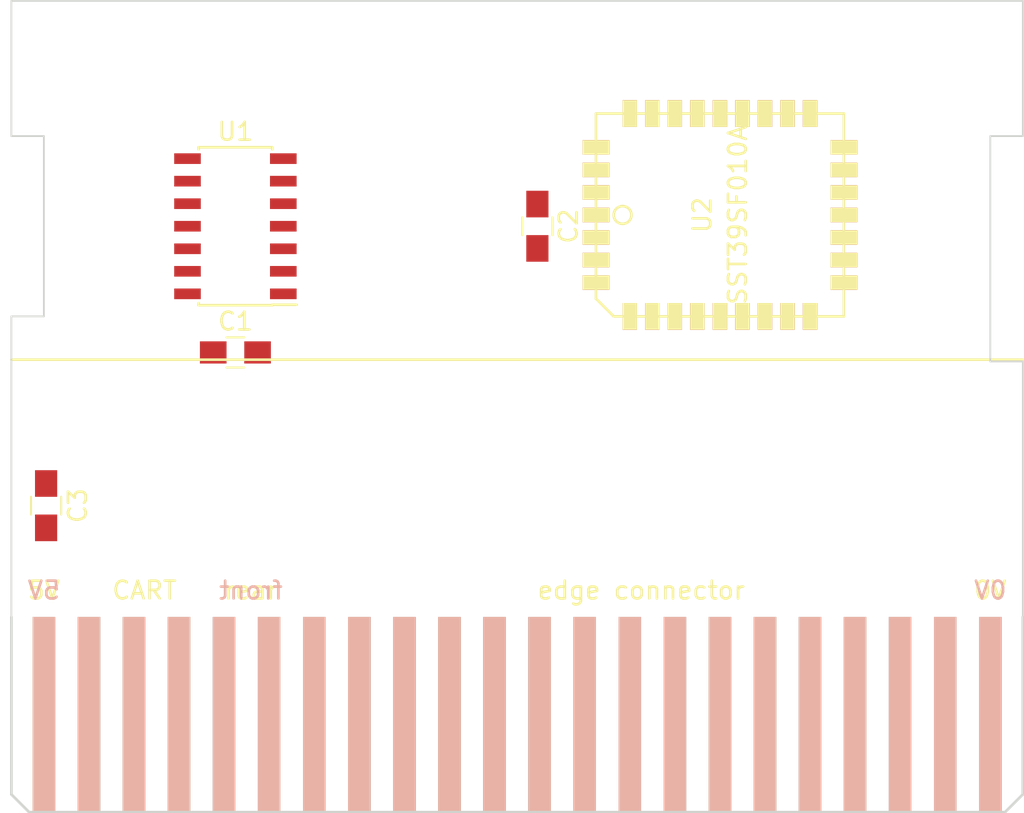
<source format=kicad_pcb>
(kicad_pcb (version 4) (host pcbnew 4.0.6)

  (general
    (links 48)
    (no_connects 44)
    (area 50.824999 50.749999 107.925001 85.570001)
    (thickness 1.6)
    (drawings 11)
    (tracks 0)
    (zones 0)
    (modules 6)
    (nets 32)
  )

  (page A4)
  (layers
    (0 F.Cu signal)
    (31 B.Cu signal)
    (32 B.Adhes user)
    (33 F.Adhes user)
    (34 B.Paste user)
    (35 F.Paste user)
    (36 B.SilkS user)
    (37 F.SilkS user)
    (38 B.Mask user)
    (39 F.Mask user)
    (40 Dwgs.User user)
    (41 Cmts.User user)
    (42 Eco1.User user)
    (43 Eco2.User user)
    (44 Edge.Cuts user)
    (45 Margin user)
    (46 B.CrtYd user)
    (47 F.CrtYd user)
    (48 B.Fab user)
    (49 F.Fab user)
  )

  (setup
    (last_trace_width 0.25)
    (trace_clearance 0.2)
    (zone_clearance 0.508)
    (zone_45_only no)
    (trace_min 0.2)
    (segment_width 0.2)
    (edge_width 0.1)
    (via_size 0.6)
    (via_drill 0.4)
    (via_min_size 0.4)
    (via_min_drill 0.3)
    (uvia_size 0.3)
    (uvia_drill 0.1)
    (uvias_allowed no)
    (uvia_min_size 0.2)
    (uvia_min_drill 0.1)
    (pcb_text_width 0.3)
    (pcb_text_size 1.5 1.5)
    (mod_edge_width 0.15)
    (mod_text_size 1 1)
    (mod_text_width 0.15)
    (pad_size 1.5 1.5)
    (pad_drill 0.6)
    (pad_to_mask_clearance 0)
    (aux_axis_origin 0 0)
    (visible_elements FFFFFF7F)
    (pcbplotparams
      (layerselection 0x00030_80000001)
      (usegerberextensions false)
      (excludeedgelayer true)
      (linewidth 0.100000)
      (plotframeref false)
      (viasonmask false)
      (mode 1)
      (useauxorigin false)
      (hpglpennumber 1)
      (hpglpenspeed 20)
      (hpglpendiameter 15)
      (hpglpenoverlay 2)
      (psnegative false)
      (psa4output false)
      (plotreference true)
      (plotvalue true)
      (plotinvisibletext false)
      (padsonsilk false)
      (subtractmaskfromsilk false)
      (outputformat 1)
      (mirror false)
      (drillshape 1)
      (scaleselection 1)
      (outputdirectory ""))
  )

  (net 0 "")
  (net 1 5V)
  (net 2 GND)
  (net 3 elk_nOE)
  (net 4 elk_A10)
  (net 5 elk_D3)
  (net 6 elk_RnW)
  (net 7 elk_A11)
  (net 8 elk_A8)
  (net 9 elk_A9)
  (net 10 elk_A13)
  (net 11 elk_D7)
  (net 12 elk_A12)
  (net 13 elk_D6)
  (net 14 elk_PHI0)
  (net 15 elk_D5)
  (net 16 elk_D4)
  (net 17 elk_A7)
  (net 18 elk_A6)
  (net 19 elk_A5)
  (net 20 elk_A4)
  (net 21 elk_A3)
  (net 22 elk_ROMQA)
  (net 23 elk_A2)
  (net 24 elk_A1)
  (net 25 elk_A0)
  (net 26 elk_D0)
  (net 27 elk_D2)
  (net 28 elk_D1)
  (net 29 not_elk_nOE)
  (net 30 flash_nCE)
  (net 31 flash_nOE)

  (net_class Default "This is the default net class."
    (clearance 0.2)
    (trace_width 0.25)
    (via_dia 0.6)
    (via_drill 0.4)
    (uvia_dia 0.3)
    (uvia_drill 0.1)
    (add_net 5V)
    (add_net GND)
    (add_net elk_A0)
    (add_net elk_A1)
    (add_net elk_A10)
    (add_net elk_A11)
    (add_net elk_A12)
    (add_net elk_A13)
    (add_net elk_A2)
    (add_net elk_A3)
    (add_net elk_A4)
    (add_net elk_A5)
    (add_net elk_A6)
    (add_net elk_A7)
    (add_net elk_A8)
    (add_net elk_A9)
    (add_net elk_D0)
    (add_net elk_D1)
    (add_net elk_D2)
    (add_net elk_D3)
    (add_net elk_D4)
    (add_net elk_D5)
    (add_net elk_D6)
    (add_net elk_D7)
    (add_net elk_PHI0)
    (add_net elk_ROMQA)
    (add_net elk_RnW)
    (add_net elk_nOE)
    (add_net flash_nCE)
    (add_net flash_nOE)
    (add_net not_elk_nOE)
  )

  (module Capacitors_SMD:C_0805_HandSoldering (layer F.Cu) (tedit 58AA84A8) (tstamp 58FAAB65)
    (at 63.5 70.612)
    (descr "Capacitor SMD 0805, hand soldering")
    (tags "capacitor 0805")
    (attr smd)
    (fp_text reference C1 (at 0 -1.75) (layer F.SilkS)
      (effects (font (size 1 1) (thickness 0.15)))
    )
    (fp_text value 100n (at 0 1.75) (layer F.Fab)
      (effects (font (size 1 1) (thickness 0.15)))
    )
    (fp_text user %R (at 0 -1.75) (layer F.Fab)
      (effects (font (size 1 1) (thickness 0.15)))
    )
    (fp_line (start -1 0.62) (end -1 -0.62) (layer F.Fab) (width 0.1))
    (fp_line (start 1 0.62) (end -1 0.62) (layer F.Fab) (width 0.1))
    (fp_line (start 1 -0.62) (end 1 0.62) (layer F.Fab) (width 0.1))
    (fp_line (start -1 -0.62) (end 1 -0.62) (layer F.Fab) (width 0.1))
    (fp_line (start 0.5 -0.85) (end -0.5 -0.85) (layer F.SilkS) (width 0.12))
    (fp_line (start -0.5 0.85) (end 0.5 0.85) (layer F.SilkS) (width 0.12))
    (fp_line (start -2.25 -0.88) (end 2.25 -0.88) (layer F.CrtYd) (width 0.05))
    (fp_line (start -2.25 -0.88) (end -2.25 0.87) (layer F.CrtYd) (width 0.05))
    (fp_line (start 2.25 0.87) (end 2.25 -0.88) (layer F.CrtYd) (width 0.05))
    (fp_line (start 2.25 0.87) (end -2.25 0.87) (layer F.CrtYd) (width 0.05))
    (pad 1 smd rect (at -1.25 0) (size 1.5 1.25) (layers F.Cu F.Paste F.Mask)
      (net 1 5V))
    (pad 2 smd rect (at 1.25 0) (size 1.5 1.25) (layers F.Cu F.Paste F.Mask)
      (net 2 GND))
    (model Capacitors_SMD.3dshapes/C_0805.wrl
      (at (xyz 0 0 0))
      (scale (xyz 1 1 1))
      (rotate (xyz 0 0 0))
    )
  )

  (module Capacitors_SMD:C_0805_HandSoldering (layer F.Cu) (tedit 58AA84A8) (tstamp 58FAAB76)
    (at 80.518 63.5 270)
    (descr "Capacitor SMD 0805, hand soldering")
    (tags "capacitor 0805")
    (attr smd)
    (fp_text reference C2 (at 0 -1.75 270) (layer F.SilkS)
      (effects (font (size 1 1) (thickness 0.15)))
    )
    (fp_text value 100n (at 0 1.75 270) (layer F.Fab)
      (effects (font (size 1 1) (thickness 0.15)))
    )
    (fp_text user %R (at 0 -1.75 270) (layer F.Fab)
      (effects (font (size 1 1) (thickness 0.15)))
    )
    (fp_line (start -1 0.62) (end -1 -0.62) (layer F.Fab) (width 0.1))
    (fp_line (start 1 0.62) (end -1 0.62) (layer F.Fab) (width 0.1))
    (fp_line (start 1 -0.62) (end 1 0.62) (layer F.Fab) (width 0.1))
    (fp_line (start -1 -0.62) (end 1 -0.62) (layer F.Fab) (width 0.1))
    (fp_line (start 0.5 -0.85) (end -0.5 -0.85) (layer F.SilkS) (width 0.12))
    (fp_line (start -0.5 0.85) (end 0.5 0.85) (layer F.SilkS) (width 0.12))
    (fp_line (start -2.25 -0.88) (end 2.25 -0.88) (layer F.CrtYd) (width 0.05))
    (fp_line (start -2.25 -0.88) (end -2.25 0.87) (layer F.CrtYd) (width 0.05))
    (fp_line (start 2.25 0.87) (end 2.25 -0.88) (layer F.CrtYd) (width 0.05))
    (fp_line (start 2.25 0.87) (end -2.25 0.87) (layer F.CrtYd) (width 0.05))
    (pad 1 smd rect (at -1.25 0 270) (size 1.5 1.25) (layers F.Cu F.Paste F.Mask)
      (net 1 5V))
    (pad 2 smd rect (at 1.25 0 270) (size 1.5 1.25) (layers F.Cu F.Paste F.Mask)
      (net 2 GND))
    (model Capacitors_SMD.3dshapes/C_0805.wrl
      (at (xyz 0 0 0))
      (scale (xyz 1 1 1))
      (rotate (xyz 0 0 0))
    )
  )

  (module Capacitors_SMD:C_0805_HandSoldering (layer F.Cu) (tedit 58AA84A8) (tstamp 58FAAB87)
    (at 52.832 79.248 90)
    (descr "Capacitor SMD 0805, hand soldering")
    (tags "capacitor 0805")
    (attr smd)
    (fp_text reference C3 (at 0 1.778 90) (layer F.SilkS)
      (effects (font (size 1 1) (thickness 0.15)))
    )
    (fp_text value 10u (at 0 1.75 90) (layer F.Fab)
      (effects (font (size 1 1) (thickness 0.15)))
    )
    (fp_text user %R (at 0 -1.75 90) (layer F.Fab)
      (effects (font (size 1 1) (thickness 0.15)))
    )
    (fp_line (start -1 0.62) (end -1 -0.62) (layer F.Fab) (width 0.1))
    (fp_line (start 1 0.62) (end -1 0.62) (layer F.Fab) (width 0.1))
    (fp_line (start 1 -0.62) (end 1 0.62) (layer F.Fab) (width 0.1))
    (fp_line (start -1 -0.62) (end 1 -0.62) (layer F.Fab) (width 0.1))
    (fp_line (start 0.5 -0.85) (end -0.5 -0.85) (layer F.SilkS) (width 0.12))
    (fp_line (start -0.5 0.85) (end 0.5 0.85) (layer F.SilkS) (width 0.12))
    (fp_line (start -2.25 -0.88) (end 2.25 -0.88) (layer F.CrtYd) (width 0.05))
    (fp_line (start -2.25 -0.88) (end -2.25 0.87) (layer F.CrtYd) (width 0.05))
    (fp_line (start 2.25 0.87) (end 2.25 -0.88) (layer F.CrtYd) (width 0.05))
    (fp_line (start 2.25 0.87) (end -2.25 0.87) (layer F.CrtYd) (width 0.05))
    (pad 1 smd rect (at -1.25 0 90) (size 1.5 1.25) (layers F.Cu F.Paste F.Mask)
      (net 1 5V))
    (pad 2 smd rect (at 1.25 0 90) (size 1.5 1.25) (layers F.Cu F.Paste F.Mask)
      (net 2 GND))
    (model Capacitors_SMD.3dshapes/C_0805.wrl
      (at (xyz 0 0 0))
      (scale (xyz 1 1 1))
      (rotate (xyz 0 0 0))
    )
  )

  (module myelin-kicad:acorn_electron_cartridge_edge_connector (layer F.Cu) (tedit 0) (tstamp 58FAABC3)
    (at 79.375 91.02)
    (descr "Edge connector for an Acorn Electron Plus 1 cartridge (top layer = rear of Plus 1)")
    (fp_text reference CART (at -21 -7) (layer F.SilkS)
      (effects (font (size 1 1) (thickness 0.15)))
    )
    (fp_text value "edge connector" (at 7 -7) (layer F.SilkS)
      (effects (font (size 1 1) (thickness 0.15)))
    )
    (fp_text user rear (at -15 -7) (layer F.SilkS)
      (effects (font (size 1 1) (thickness 0.15)))
    )
    (fp_text user front (at -15 -7) (layer B.SilkS)
      (effects (font (size 1 1) (thickness 0.15)) (justify mirror))
    )
    (fp_line (start -28.5 -20) (end 28.5 -20) (layer F.SilkS) (width 0.15))
    (fp_text user 5V (at -26.67 -7) (layer F.SilkS)
      (effects (font (size 1 1) (thickness 0.15)))
    )
    (fp_text user 5V (at -26.67 -7) (layer B.SilkS)
      (effects (font (size 1 1) (thickness 0.15)) (justify mirror))
    )
    (fp_text user 0V (at 26.67 -7) (layer F.SilkS)
      (effects (font (size 1 1) (thickness 0.15)))
    )
    (fp_text user 0V (at 26.67 -7) (layer B.SilkS)
      (effects (font (size 1 1) (thickness 0.15)) (justify mirror))
    )
    (fp_line (start -28.5 -5.5) (end -28.5 4.5) (layer Edge.Cuts) (width 0.15))
    (fp_line (start -28.5 4.5) (end -27.5 5.5) (layer Edge.Cuts) (width 0.15))
    (fp_line (start -27.5 5.5) (end 27.5 5.5) (layer Edge.Cuts) (width 0.15))
    (fp_line (start 27.5 5.5) (end 28.5 4.5) (layer Edge.Cuts) (width 0.15))
    (fp_line (start 28.5 4.5) (end 28.5 -5.5) (layer Edge.Cuts) (width 0.15))
    (pad A1 smd rect (at -26.67 0) (size 1.27 11) (layers F.Cu F.SilkS F.Mask)
      (net 1 5V))
    (pad B1 smd rect (at -26.67 0) (size 1.27 11) (layers B.Cu B.SilkS B.Mask)
      (net 1 5V))
    (pad A2 smd rect (at -24.13 0) (size 1.27 11) (layers F.Cu F.SilkS F.Mask)
      (net 3 elk_nOE))
    (pad B2 smd rect (at -24.13 0) (size 1.27 11) (layers B.Cu B.SilkS B.Mask)
      (net 4 elk_A10))
    (pad A3 smd rect (at -21.59 0) (size 1.27 11) (layers F.Cu F.SilkS F.Mask))
    (pad B3 smd rect (at -21.59 0) (size 1.27 11) (layers B.Cu B.SilkS B.Mask)
      (net 5 elk_D3))
    (pad A4 smd rect (at -19.05 0) (size 1.27 11) (layers F.Cu F.SilkS F.Mask)
      (net 6 elk_RnW))
    (pad B4 smd rect (at -19.05 0) (size 1.27 11) (layers B.Cu B.SilkS B.Mask)
      (net 7 elk_A11))
    (pad A5 smd rect (at -16.51 0) (size 1.27 11) (layers F.Cu F.SilkS F.Mask)
      (net 8 elk_A8))
    (pad B5 smd rect (at -16.51 0) (size 1.27 11) (layers B.Cu B.SilkS B.Mask)
      (net 9 elk_A9))
    (pad A6 smd rect (at -13.97 0) (size 1.27 11) (layers F.Cu F.SilkS F.Mask)
      (net 10 elk_A13))
    (pad B6 smd rect (at -13.97 0) (size 1.27 11) (layers B.Cu B.SilkS B.Mask)
      (net 11 elk_D7))
    (pad A7 smd rect (at -11.43 0) (size 1.27 11) (layers F.Cu F.SilkS F.Mask)
      (net 12 elk_A12))
    (pad B7 smd rect (at -11.43 0) (size 1.27 11) (layers B.Cu B.SilkS B.Mask)
      (net 13 elk_D6))
    (pad A8 smd rect (at -8.89 0) (size 1.27 11) (layers F.Cu F.SilkS F.Mask)
      (net 14 elk_PHI0))
    (pad B8 smd rect (at -8.89 0) (size 1.27 11) (layers B.Cu B.SilkS B.Mask)
      (net 15 elk_D5))
    (pad A9 smd rect (at -6.35 0) (size 1.27 11) (layers F.Cu F.SilkS F.Mask))
    (pad B9 smd rect (at -6.35 0) (size 1.27 11) (layers B.Cu B.SilkS B.Mask)
      (net 16 elk_D4))
    (pad A10 smd rect (at -3.81 0) (size 1.27 11) (layers F.Cu F.SilkS F.Mask))
    (pad B10 smd rect (at -3.81 0) (size 1.27 11) (layers B.Cu B.SilkS B.Mask))
    (pad A11 smd rect (at -1.27 0) (size 1.27 11) (layers F.Cu F.SilkS F.Mask))
    (pad B11 smd rect (at -1.27 0) (size 1.27 11) (layers B.Cu B.SilkS B.Mask)
      (net 17 elk_A7))
    (pad A12 smd rect (at 1.27 0) (size 1.27 11) (layers F.Cu F.SilkS F.Mask))
    (pad B12 smd rect (at 1.27 0) (size 1.27 11) (layers B.Cu B.SilkS B.Mask)
      (net 18 elk_A6))
    (pad A13 smd rect (at 3.81 0) (size 1.27 11) (layers F.Cu F.SilkS F.Mask))
    (pad B13 smd rect (at 3.81 0) (size 1.27 11) (layers B.Cu B.SilkS B.Mask)
      (net 19 elk_A5))
    (pad A14 smd rect (at 6.35 0) (size 1.27 11) (layers F.Cu F.SilkS F.Mask))
    (pad B14 smd rect (at 6.35 0) (size 1.27 11) (layers B.Cu B.SilkS B.Mask)
      (net 20 elk_A4))
    (pad A15 smd rect (at 8.89 0) (size 1.27 11) (layers F.Cu F.SilkS F.Mask))
    (pad B15 smd rect (at 8.89 0) (size 1.27 11) (layers B.Cu B.SilkS B.Mask)
      (net 21 elk_A3))
    (pad A16 smd rect (at 11.43 0) (size 1.27 11) (layers F.Cu F.SilkS F.Mask)
      (net 22 elk_ROMQA))
    (pad B16 smd rect (at 11.43 0) (size 1.27 11) (layers B.Cu B.SilkS B.Mask)
      (net 23 elk_A2))
    (pad A17 smd rect (at 13.97 0) (size 1.27 11) (layers F.Cu F.SilkS F.Mask))
    (pad B17 smd rect (at 13.97 0) (size 1.27 11) (layers B.Cu B.SilkS B.Mask)
      (net 24 elk_A1))
    (pad A18 smd rect (at 16.51 0) (size 1.27 11) (layers F.Cu F.SilkS F.Mask))
    (pad B18 smd rect (at 16.51 0) (size 1.27 11) (layers B.Cu B.SilkS B.Mask)
      (net 25 elk_A0))
    (pad A19 smd rect (at 19.05 0) (size 1.27 11) (layers F.Cu F.SilkS F.Mask))
    (pad B19 smd rect (at 19.05 0) (size 1.27 11) (layers B.Cu B.SilkS B.Mask)
      (net 26 elk_D0))
    (pad A20 smd rect (at 21.59 0) (size 1.27 11) (layers F.Cu F.SilkS F.Mask))
    (pad B20 smd rect (at 21.59 0) (size 1.27 11) (layers B.Cu B.SilkS B.Mask)
      (net 27 elk_D2))
    (pad A21 smd rect (at 24.13 0) (size 1.27 11) (layers F.Cu F.SilkS F.Mask))
    (pad B21 smd rect (at 24.13 0) (size 1.27 11) (layers B.Cu B.SilkS B.Mask)
      (net 28 elk_D1))
    (pad A22 smd rect (at 26.67 0) (size 1.27 11) (layers F.Cu F.SilkS F.Mask)
      (net 2 GND))
    (pad B22 smd rect (at 26.67 0) (size 1.27 11) (layers B.Cu B.SilkS B.Mask)
      (net 2 GND))
  )

  (module Housings_SOIC:SOIC-14_3.9x8.7mm_Pitch1.27mm (layer F.Cu) (tedit 58CC8F64) (tstamp 58FAABE6)
    (at 63.5 63.5 180)
    (descr "14-Lead Plastic Small Outline (SL) - Narrow, 3.90 mm Body [SOIC] (see Microchip Packaging Specification 00000049BS.pdf)")
    (tags "SOIC 1.27")
    (attr smd)
    (fp_text reference U1 (at 0 5.334 180) (layer F.SilkS)
      (effects (font (size 1 1) (thickness 0.15)))
    )
    (fp_text value 74HCT00 (at 0 5.375 180) (layer F.Fab)
      (effects (font (size 1 1) (thickness 0.15)))
    )
    (fp_text user %R (at 0 0 180) (layer F.Fab)
      (effects (font (size 0.9 0.9) (thickness 0.135)))
    )
    (fp_line (start -0.95 -4.35) (end 1.95 -4.35) (layer F.Fab) (width 0.15))
    (fp_line (start 1.95 -4.35) (end 1.95 4.35) (layer F.Fab) (width 0.15))
    (fp_line (start 1.95 4.35) (end -1.95 4.35) (layer F.Fab) (width 0.15))
    (fp_line (start -1.95 4.35) (end -1.95 -3.35) (layer F.Fab) (width 0.15))
    (fp_line (start -1.95 -3.35) (end -0.95 -4.35) (layer F.Fab) (width 0.15))
    (fp_line (start -3.7 -4.65) (end -3.7 4.65) (layer F.CrtYd) (width 0.05))
    (fp_line (start 3.7 -4.65) (end 3.7 4.65) (layer F.CrtYd) (width 0.05))
    (fp_line (start -3.7 -4.65) (end 3.7 -4.65) (layer F.CrtYd) (width 0.05))
    (fp_line (start -3.7 4.65) (end 3.7 4.65) (layer F.CrtYd) (width 0.05))
    (fp_line (start -2.075 -4.45) (end -2.075 -4.425) (layer F.SilkS) (width 0.15))
    (fp_line (start 2.075 -4.45) (end 2.075 -4.335) (layer F.SilkS) (width 0.15))
    (fp_line (start 2.075 4.45) (end 2.075 4.335) (layer F.SilkS) (width 0.15))
    (fp_line (start -2.075 4.45) (end -2.075 4.335) (layer F.SilkS) (width 0.15))
    (fp_line (start -2.075 -4.45) (end 2.075 -4.45) (layer F.SilkS) (width 0.15))
    (fp_line (start -2.075 4.45) (end 2.075 4.45) (layer F.SilkS) (width 0.15))
    (fp_line (start -2.075 -4.425) (end -3.45 -4.425) (layer F.SilkS) (width 0.15))
    (pad 1 smd rect (at -2.7 -3.81 180) (size 1.5 0.6) (layers F.Cu F.Paste F.Mask)
      (net 3 elk_nOE))
    (pad 2 smd rect (at -2.7 -2.54 180) (size 1.5 0.6) (layers F.Cu F.Paste F.Mask)
      (net 3 elk_nOE))
    (pad 3 smd rect (at -2.7 -1.27 180) (size 1.5 0.6) (layers F.Cu F.Paste F.Mask)
      (net 29 not_elk_nOE))
    (pad 4 smd rect (at -2.7 0 180) (size 1.5 0.6) (layers F.Cu F.Paste F.Mask)
      (net 29 not_elk_nOE))
    (pad 5 smd rect (at -2.7 1.27 180) (size 1.5 0.6) (layers F.Cu F.Paste F.Mask)
      (net 14 elk_PHI0))
    (pad 6 smd rect (at -2.7 2.54 180) (size 1.5 0.6) (layers F.Cu F.Paste F.Mask)
      (net 30 flash_nCE))
    (pad 7 smd rect (at -2.7 3.81 180) (size 1.5 0.6) (layers F.Cu F.Paste F.Mask)
      (net 2 GND))
    (pad 8 smd rect (at 2.7 3.81 180) (size 1.5 0.6) (layers F.Cu F.Paste F.Mask))
    (pad 9 smd rect (at 2.7 2.54 180) (size 1.5 0.6) (layers F.Cu F.Paste F.Mask)
      (net 2 GND))
    (pad 10 smd rect (at 2.7 1.27 180) (size 1.5 0.6) (layers F.Cu F.Paste F.Mask)
      (net 2 GND))
    (pad 11 smd rect (at 2.7 0 180) (size 1.5 0.6) (layers F.Cu F.Paste F.Mask)
      (net 31 flash_nOE))
    (pad 12 smd rect (at 2.7 -1.27 180) (size 1.5 0.6) (layers F.Cu F.Paste F.Mask)
      (net 6 elk_RnW))
    (pad 13 smd rect (at 2.7 -2.54 180) (size 1.5 0.6) (layers F.Cu F.Paste F.Mask)
      (net 6 elk_RnW))
    (pad 14 smd rect (at 2.7 -3.81 180) (size 1.5 0.6) (layers F.Cu F.Paste F.Mask)
      (net 1 5V))
    (model Housings_SOIC.3dshapes/SOIC-14_3.9x8.7mm_Pitch1.27mm.wrl
      (at (xyz 0 0 0))
      (scale (xyz 1 1 1))
      (rotate (xyz 0 0 0))
    )
  )

  (module myelin-kicad:sst_plcc32_nh (layer F.Cu) (tedit 0) (tstamp 58FAAC10)
    (at 90.805 62.865 90)
    (descr "SST PLCC32 NH package - 0.450 x 0.550 in PLCC 0.05 in pitch")
    (fp_text reference U2 (at 0 -1 90) (layer F.SilkS)
      (effects (font (size 1 1) (thickness 0.15)))
    )
    (fp_text value SST39SF010A (at 0 1 90) (layer F.SilkS)
      (effects (font (size 1 1) (thickness 0.15)))
    )
    (fp_line (start -5.715 -5.985) (end -5.715 6.985) (layer F.SilkS) (width 0.15))
    (fp_line (start -5.715 6.985) (end 5.715 6.985) (layer F.SilkS) (width 0.15))
    (fp_line (start 5.715 6.985) (end 5.715 -6.985) (layer F.SilkS) (width 0.15))
    (fp_line (start 5.715 -6.985) (end -4.715 -6.985) (layer F.SilkS) (width 0.15))
    (fp_line (start -4.715 -6.985) (end -5.715 -5.985) (layer F.SilkS) (width 0.15))
    (fp_circle (center 0 -5.485) (end 0 -4.985) (layer F.SilkS) (width 0.15))
    (pad 5 smd rect (at -5.715 -5.08 90) (size 1.508 0.8128) (layers F.Cu F.SilkS F.Mask)
      (net 17 elk_A7))
    (pad 6 smd rect (at -5.715 -3.81 90) (size 1.508 0.8128) (layers F.Cu F.SilkS F.Mask)
      (net 18 elk_A6))
    (pad 7 smd rect (at -5.715 -2.54 90) (size 1.508 0.8128) (layers F.Cu F.SilkS F.Mask)
      (net 19 elk_A5))
    (pad 8 smd rect (at -5.715 -1.27 90) (size 1.508 0.8128) (layers F.Cu F.SilkS F.Mask)
      (net 20 elk_A4))
    (pad 9 smd rect (at -5.715 0 90) (size 1.508 0.8128) (layers F.Cu F.SilkS F.Mask)
      (net 21 elk_A3))
    (pad 10 smd rect (at -5.715 1.27 90) (size 1.508 0.8128) (layers F.Cu F.SilkS F.Mask)
      (net 23 elk_A2))
    (pad 11 smd rect (at -5.715 2.54 90) (size 1.508 0.8128) (layers F.Cu F.SilkS F.Mask)
      (net 24 elk_A1))
    (pad 12 smd rect (at -5.715 3.81 90) (size 1.508 0.8128) (layers F.Cu F.SilkS F.Mask)
      (net 25 elk_A0))
    (pad 13 smd rect (at -5.715 5.08 90) (size 1.508 0.8128) (layers F.Cu F.SilkS F.Mask)
      (net 26 elk_D0))
    (pad 14 smd rect (at -3.81 6.985 90) (size 0.8128 1.508) (layers F.Cu F.SilkS F.Mask)
      (net 28 elk_D1))
    (pad 15 smd rect (at -2.54 6.985 90) (size 0.8128 1.508) (layers F.Cu F.SilkS F.Mask)
      (net 27 elk_D2))
    (pad 16 smd rect (at -1.27 6.985 90) (size 0.8128 1.508) (layers F.Cu F.SilkS F.Mask)
      (net 2 GND))
    (pad 17 smd rect (at 0 6.985 90) (size 0.8128 1.508) (layers F.Cu F.SilkS F.Mask)
      (net 5 elk_D3))
    (pad 18 smd rect (at 1.27 6.985 90) (size 0.8128 1.508) (layers F.Cu F.SilkS F.Mask)
      (net 16 elk_D4))
    (pad 19 smd rect (at 2.54 6.985 90) (size 0.8128 1.508) (layers F.Cu F.SilkS F.Mask)
      (net 15 elk_D5))
    (pad 20 smd rect (at 3.81 6.985 90) (size 0.8128 1.508) (layers F.Cu F.SilkS F.Mask)
      (net 13 elk_D6))
    (pad 21 smd rect (at 5.715 5.08 90) (size 1.508 0.8128) (layers F.Cu F.SilkS F.Mask)
      (net 11 elk_D7))
    (pad 22 smd rect (at 5.715 3.81 90) (size 1.508 0.8128) (layers F.Cu F.SilkS F.Mask)
      (net 30 flash_nCE))
    (pad 23 smd rect (at 5.715 2.54 90) (size 1.508 0.8128) (layers F.Cu F.SilkS F.Mask)
      (net 4 elk_A10))
    (pad 24 smd rect (at 5.715 1.27 90) (size 1.508 0.8128) (layers F.Cu F.SilkS F.Mask)
      (net 31 flash_nOE))
    (pad 25 smd rect (at 5.715 0 90) (size 1.508 0.8128) (layers F.Cu F.SilkS F.Mask)
      (net 7 elk_A11))
    (pad 26 smd rect (at 5.715 -1.27 90) (size 1.508 0.8128) (layers F.Cu F.SilkS F.Mask)
      (net 9 elk_A9))
    (pad 27 smd rect (at 5.715 -2.54 90) (size 1.508 0.8128) (layers F.Cu F.SilkS F.Mask)
      (net 8 elk_A8))
    (pad 28 smd rect (at 5.715 -3.81 90) (size 1.508 0.8128) (layers F.Cu F.SilkS F.Mask)
      (net 10 elk_A13))
    (pad 29 smd rect (at 5.715 -5.08 90) (size 1.508 0.8128) (layers F.Cu F.SilkS F.Mask)
      (net 12 elk_A12))
    (pad 30 smd rect (at 3.81 -6.985 90) (size 0.8128 1.508) (layers F.Cu F.SilkS F.Mask))
    (pad 31 smd rect (at 2.54 -6.985 90) (size 0.8128 1.508) (layers F.Cu F.SilkS F.Mask)
      (net 6 elk_RnW))
    (pad 32 smd rect (at 1.27 -6.985 90) (size 0.8128 1.508) (layers F.Cu F.SilkS F.Mask)
      (net 1 5V))
    (pad 1 smd rect (at 0 -6.985 90) (size 0.8128 1.508) (layers F.Cu F.SilkS F.Mask))
    (pad 2 smd rect (at -1.27 -6.985 90) (size 0.8128 1.508) (layers F.Cu F.SilkS F.Mask)
      (net 22 elk_ROMQA))
    (pad 3 smd rect (at -2.54 -6.985 90) (size 0.8128 1.508) (layers F.Cu F.SilkS F.Mask)
      (net 2 GND))
    (pad 4 smd rect (at -3.81 -6.985 90) (size 0.8128 1.508) (layers F.Cu F.SilkS F.Mask)
      (net 12 elk_A12))
  )

  (gr_line (start 106.045 58.42) (end 106.045 71.12) (layer Edge.Cuts) (width 0.1))
  (gr_line (start 52.705 58.42) (end 52.705 68.58) (layer Edge.Cuts) (width 0.1))
  (gr_line (start 107.875 71.12) (end 107.875 85.52) (layer Edge.Cuts) (width 0.1))
  (gr_line (start 106.045 71.12) (end 107.875 71.12) (layer Edge.Cuts) (width 0.1))
  (gr_line (start 107.875 58.42) (end 106.045 58.42) (layer Edge.Cuts) (width 0.1))
  (gr_line (start 107.875 50.8) (end 107.875 58.42) (layer Edge.Cuts) (width 0.1))
  (gr_line (start 50.875 50.8) (end 107.875 50.8) (layer Edge.Cuts) (width 0.1))
  (gr_line (start 50.875 68.58) (end 50.875 85.52) (layer Edge.Cuts) (width 0.1))
  (gr_line (start 52.705 68.58) (end 50.875 68.58) (layer Edge.Cuts) (width 0.1))
  (gr_line (start 50.875 58.42) (end 52.705 58.42) (layer Edge.Cuts) (width 0.1))
  (gr_line (start 50.875 50.8) (end 50.875 58.42) (layer Edge.Cuts) (width 0.1))

)

</source>
